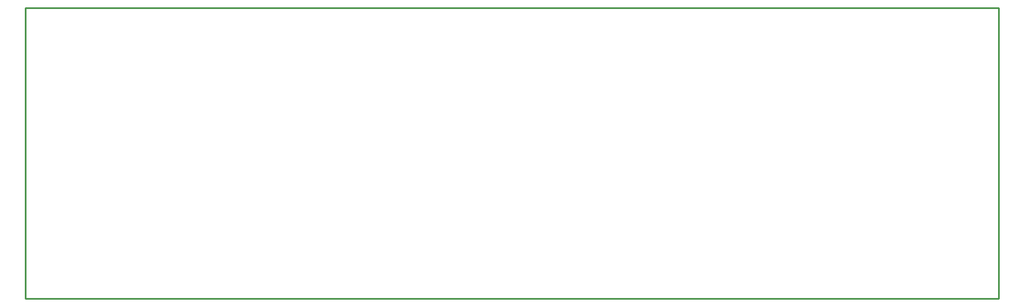
<source format=gko>
G04*
G04 #@! TF.GenerationSoftware,Altium Limited,Altium Designer,23.10.1 (27)*
G04*
G04 Layer_Color=16711935*
%FSLAX25Y25*%
%MOIN*%
G70*
G04*
G04 #@! TF.SameCoordinates,5FF5A223-D15A-4C9D-8392-CC208A2D619A*
G04*
G04*
G04 #@! TF.FilePolarity,Positive*
G04*
G01*
G75*
%ADD13C,0.01000*%
D13*
X575500Y0D02*
Y172500D01*
X570000Y0D02*
X575500D01*
X0D02*
X570000D01*
X-0Y172500D02*
X575500D01*
X-0D02*
X0Y0D01*
M02*

</source>
